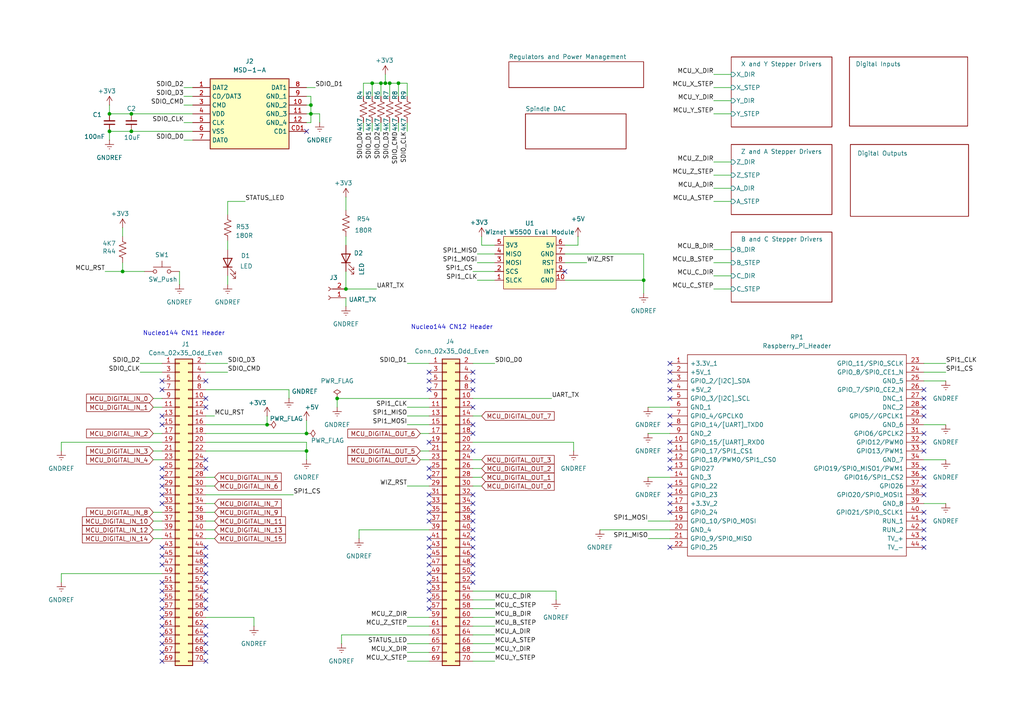
<source format=kicad_sch>
(kicad_sch (version 20250114) (generator "eeschema") (generator_version "9.0")
  (paper "A4")
  (text "Nucleo144 CN12 Header" (at 131.064 94.996 0) (effects (font (size 1.27 1.27))))
  (text "Nucleo144 CN11 Header" (at 53.34 96.774 0) (effects (font (size 1.27 1.27))))
  (junction (at 35.56 78.74))
  (junction (at 97.79 115.57))
  (junction (at 77.47 123.19))
  (junction (at 88.9 130.81))
  (junction (at 88.9 125.73))
  (junction (at 38.1 33.02))
  (junction (at 31.75 33.02))
  (junction (at 115.57 24.13))
  (junction (at 31.75 38.1))
  (junction (at 111.76 24.13))
  (junction (at 113.03 24.13))
  (junction (at 38.1 38.1))
  (junction (at 90.17 30.48))
  (junction (at 107.95 24.13))
  (junction (at 90.17 33.02))
  (junction (at 100.33 83.82))
  (junction (at 186.69 81.28))
  (junction (at 110.49 24.13))
  (no_connect (at 46.99 181.61))
  (no_connect (at 194.31 107.95))
  (no_connect (at 194.31 148.59))
  (no_connect (at 124.46 163.83))
  (no_connect (at 137.16 158.75))
  (no_connect (at 124.46 158.75))
  (no_connect (at 124.46 173.99))
  (no_connect (at 267.97 140.97))
  (no_connect (at 137.16 130.81))
  (no_connect (at 46.99 138.43))
  (no_connect (at 59.69 158.75))
  (no_connect (at 137.16 123.19))
  (no_connect (at 59.69 173.99))
  (no_connect (at 137.16 148.59))
  (no_connect (at 46.99 123.19))
  (no_connect (at 137.16 113.03))
  (no_connect (at 46.99 171.45))
  (no_connect (at 194.31 105.41))
  (no_connect (at 46.99 176.53))
  (no_connect (at 46.99 120.65))
  (no_connect (at 59.69 118.11))
  (no_connect (at 194.31 140.97))
  (no_connect (at 124.46 148.59))
  (no_connect (at 124.46 128.27))
  (no_connect (at 267.97 151.13))
  (no_connect (at 137.16 143.51))
  (no_connect (at 46.99 173.99))
  (no_connect (at 46.99 184.15))
  (no_connect (at 194.31 110.49))
  (no_connect (at 46.99 143.51))
  (no_connect (at 137.16 166.37))
  (no_connect (at 194.31 130.81))
  (no_connect (at 124.46 168.91))
  (no_connect (at 46.99 158.75))
  (no_connect (at 267.97 125.73))
  (no_connect (at 194.31 133.35))
  (no_connect (at 124.46 176.53))
  (no_connect (at 137.16 161.29))
  (no_connect (at 59.69 184.15))
  (no_connect (at 124.46 110.49))
  (no_connect (at 124.46 113.03))
  (no_connect (at 124.46 151.13))
  (no_connect (at 267.97 156.21))
  (no_connect (at 267.97 138.43))
  (no_connect (at 137.16 110.49))
  (no_connect (at 46.99 168.91))
  (no_connect (at 59.69 161.29))
  (no_connect (at 59.69 171.45))
  (no_connect (at 194.31 128.27))
  (no_connect (at 59.69 135.89))
  (no_connect (at 59.69 133.35))
  (no_connect (at 194.31 143.51))
  (no_connect (at 46.99 179.07))
  (no_connect (at 46.99 146.05))
  (no_connect (at 124.46 166.37))
  (no_connect (at 46.99 113.03))
  (no_connect (at 137.16 125.73))
  (no_connect (at 124.46 138.43))
  (no_connect (at 46.99 186.69))
  (no_connect (at 163.83 78.74))
  (no_connect (at 137.16 118.11))
  (no_connect (at 267.97 135.89))
  (no_connect (at 267.97 158.75))
  (no_connect (at 267.97 153.67))
  (no_connect (at 124.46 171.45))
  (no_connect (at 267.97 115.57))
  (no_connect (at 267.97 118.11))
  (no_connect (at 46.99 135.89))
  (no_connect (at 137.16 107.95))
  (no_connect (at 267.97 120.65))
  (no_connect (at 124.46 146.05))
  (no_connect (at 124.46 156.21))
  (no_connect (at 194.31 113.03))
  (no_connect (at 137.16 146.05))
  (no_connect (at 194.31 135.89))
  (no_connect (at 194.31 158.75))
  (no_connect (at 194.31 146.05))
  (no_connect (at 124.46 107.95))
  (no_connect (at 267.97 148.59))
  (no_connect (at 137.16 168.91))
  (no_connect (at 267.97 143.51))
  (no_connect (at 46.99 110.49))
  (no_connect (at 59.69 191.77))
  (no_connect (at 59.69 189.23))
  (no_connect (at 46.99 191.77))
  (no_connect (at 59.69 110.49))
  (no_connect (at 46.99 140.97))
  (no_connect (at 59.69 163.83))
  (no_connect (at 59.69 176.53))
  (no_connect (at 59.69 168.91))
  (no_connect (at 137.16 163.83))
  (no_connect (at 124.46 135.89))
  (no_connect (at 59.69 186.69))
  (no_connect (at 267.97 128.27))
  (no_connect (at 267.97 113.03))
  (no_connect (at 137.16 151.13))
  (no_connect (at 267.97 130.81))
  (no_connect (at 46.99 163.83))
  (no_connect (at 194.31 120.65))
  (no_connect (at 46.99 161.29))
  (no_connect (at 194.31 115.57))
  (no_connect (at 137.16 153.67))
  (no_connect (at 88.9 38.1))
  (no_connect (at 46.99 189.23))
  (no_connect (at 124.46 143.51))
  (no_connect (at 124.46 161.29))
  (no_connect (at 59.69 166.37))
  (no_connect (at 59.69 115.57))
  (no_connect (at 59.69 181.61))
  (no_connect (at 194.31 123.19))
  (no_connect (at 137.16 156.21))
  (wire (pts (xy 207.01 58.42) (xy 212.09 58.42)))
  (wire (pts (xy 38.1 38.1) (xy 55.88 38.1)))
  (wire (pts (xy 59.69 143.51) (xy 85.09 143.51)))
  (wire (pts (xy 121.92 130.81) (xy 124.46 130.81)))
  (wire (pts (xy 138.43 81.28) (xy 143.51 81.28)))
  (wire (pts (xy 59.69 113.03) (xy 83.82 113.03)))
  (wire (pts (xy 139.7 71.12) (xy 139.7 68.58)))
  (wire (pts (xy 59.69 123.19) (xy 77.47 123.19)))
  (wire (pts (xy 207.01 46.99) (xy 212.09 46.99)))
  (wire (pts (xy 115.57 24.13) (xy 118.11 24.13)))
  (wire (pts (xy 17.78 128.27) (xy 17.78 130.81)))
  (wire (pts (xy 88.9 30.48) (xy 90.17 30.48)))
  (wire (pts (xy 207.01 54.61) (xy 212.09 54.61)))
  (wire (pts (xy 44.45 156.21) (xy 46.99 156.21)))
  (wire (pts (xy 207.01 83.82) (xy 212.09 83.82)))
  (wire (pts (xy 66.04 58.42) (xy 66.04 62.23)))
  (wire (pts (xy 31.75 38.1) (xy 38.1 38.1)))
  (wire (pts (xy 163.83 71.12) (xy 167.64 71.12)))
  (wire (pts (xy 137.16 133.35) (xy 139.7 133.35)))
  (wire (pts (xy 66.04 80.01) (xy 66.04 82.55)))
  (wire (pts (xy 207.01 25.4) (xy 212.09 25.4)))
  (wire (pts (xy 267.97 146.05) (xy 274.32 146.05)))
  (wire (pts (xy 118.11 191.77) (xy 124.46 191.77)))
  (wire (pts (xy 88.9 121.92) (xy 88.9 125.73)))
  (wire (pts (xy 66.04 69.85) (xy 66.04 72.39)))
  (wire (pts (xy 111.76 21.59) (xy 111.76 24.13)))
  (wire (pts (xy 44.45 115.57) (xy 46.99 115.57)))
  (wire (pts (xy 137.16 120.65) (xy 139.7 120.65)))
  (wire (pts (xy 267.97 133.35) (xy 274.32 133.35)))
  (wire (pts (xy 118.11 118.11) (xy 124.46 118.11)))
  (wire (pts (xy 30.48 78.74) (xy 35.56 78.74)))
  (wire (pts (xy 59.69 105.41) (xy 66.04 105.41)))
  (wire (pts (xy 137.16 138.43) (xy 139.7 138.43)))
  (wire (pts (xy 118.11 123.19) (xy 124.46 123.19)))
  (wire (pts (xy 99.06 184.15) (xy 99.06 186.69)))
  (wire (pts (xy 113.03 24.13) (xy 113.03 27.94)))
  (wire (pts (xy 53.34 30.48) (xy 55.88 30.48)))
  (wire (pts (xy 118.11 140.97) (xy 124.46 140.97)))
  (wire (pts (xy 118.11 105.41) (xy 124.46 105.41)))
  (wire (pts (xy 88.9 130.81) (xy 88.9 133.35)))
  (wire (pts (xy 173.99 153.67) (xy 194.31 153.67)))
  (wire (pts (xy 31.75 38.1) (xy 31.75 40.64)))
  (wire (pts (xy 187.96 151.13) (xy 194.31 151.13)))
  (wire (pts (xy 137.16 115.57) (xy 160.02 115.57)))
  (wire (pts (xy 118.11 179.07) (xy 124.46 179.07)))
  (wire (pts (xy 163.83 81.28) (xy 186.69 81.28)))
  (wire (pts (xy 163.83 73.66) (xy 186.69 73.66)))
  (wire (pts (xy 207.01 29.21) (xy 212.09 29.21)))
  (wire (pts (xy 186.69 81.28) (xy 186.69 85.09)))
  (wire (pts (xy 44.45 148.59) (xy 46.99 148.59)))
  (wire (pts (xy 40.64 107.95) (xy 46.99 107.95)))
  (wire (pts (xy 90.17 33.02) (xy 92.71 33.02)))
  (wire (pts (xy 59.69 130.81) (xy 88.9 130.81)))
  (wire (pts (xy 207.01 50.8) (xy 212.09 50.8)))
  (wire (pts (xy 137.16 184.15) (xy 143.51 184.15)))
  (wire (pts (xy 100.33 83.82) (xy 109.22 83.82)))
  (wire (pts (xy 90.17 33.02) (xy 90.17 35.56)))
  (wire (pts (xy 137.16 181.61) (xy 143.51 181.61)))
  (wire (pts (xy 44.45 125.73) (xy 46.99 125.73)))
  (wire (pts (xy 207.01 80.01) (xy 212.09 80.01)))
  (wire (pts (xy 59.69 138.43) (xy 62.23 138.43)))
  (wire (pts (xy 107.95 35.56) (xy 107.95 38.1)))
  (wire (pts (xy 31.75 33.02) (xy 38.1 33.02)))
  (wire (pts (xy 59.69 179.07) (xy 73.66 179.07)))
  (wire (pts (xy 88.9 25.4) (xy 91.44 25.4)))
  (wire (pts (xy 187.96 156.21) (xy 194.31 156.21)))
  (wire (pts (xy 100.33 68.58) (xy 100.33 71.12)))
  (wire (pts (xy 118.11 181.61) (xy 124.46 181.61)))
  (wire (pts (xy 53.34 40.64) (xy 55.88 40.64)))
  (wire (pts (xy 118.11 24.13) (xy 118.11 27.94)))
  (wire (pts (xy 100.33 86.36) (xy 100.33 88.9)))
  (wire (pts (xy 143.51 71.12) (xy 139.7 71.12)))
  (wire (pts (xy 59.69 148.59) (xy 62.23 148.59)))
  (wire (pts (xy 137.16 171.45) (xy 161.29 171.45)))
  (wire (pts (xy 167.64 71.12) (xy 167.64 68.58)))
  (wire (pts (xy 59.69 146.05) (xy 62.23 146.05)))
  (wire (pts (xy 137.16 128.27) (xy 166.37 128.27)))
  (wire (pts (xy 99.06 184.15) (xy 124.46 184.15)))
  (wire (pts (xy 73.66 179.07) (xy 73.66 181.61)))
  (wire (pts (xy 115.57 24.13) (xy 115.57 27.94)))
  (wire (pts (xy 40.64 105.41) (xy 46.99 105.41)))
  (wire (pts (xy 77.47 120.65) (xy 77.47 123.19)))
  (wire (pts (xy 38.1 33.02) (xy 55.88 33.02)))
  (wire (pts (xy 111.76 24.13) (xy 113.03 24.13)))
  (wire (pts (xy 35.56 76.2) (xy 35.56 78.74)))
  (wire (pts (xy 138.43 76.2) (xy 143.51 76.2)))
  (wire (pts (xy 59.69 151.13) (xy 62.23 151.13)))
  (wire (pts (xy 83.82 113.03) (xy 83.82 115.57)))
  (wire (pts (xy 107.95 24.13) (xy 107.95 27.94)))
  (wire (pts (xy 115.57 35.56) (xy 115.57 38.1)))
  (wire (pts (xy 207.01 21.59) (xy 212.09 21.59)))
  (wire (pts (xy 53.34 27.94) (xy 55.88 27.94)))
  (wire (pts (xy 88.9 27.94) (xy 90.17 27.94)))
  (wire (pts (xy 186.69 73.66) (xy 186.69 81.28)))
  (wire (pts (xy 59.69 140.97) (xy 62.23 140.97)))
  (wire (pts (xy 104.14 153.67) (xy 104.14 156.21)))
  (wire (pts (xy 35.56 66.04) (xy 35.56 68.58)))
  (wire (pts (xy 166.37 128.27) (xy 166.37 130.81)))
  (wire (pts (xy 137.16 176.53) (xy 143.51 176.53)))
  (wire (pts (xy 137.16 105.41) (xy 143.51 105.41)))
  (wire (pts (xy 88.9 33.02) (xy 90.17 33.02)))
  (wire (pts (xy 207.01 72.39) (xy 212.09 72.39)))
  (wire (pts (xy 118.11 189.23) (xy 124.46 189.23)))
  (wire (pts (xy 59.69 153.67) (xy 62.23 153.67)))
  (wire (pts (xy 66.04 58.42) (xy 71.12 58.42)))
  (wire (pts (xy 107.95 24.13) (xy 110.49 24.13)))
  (wire (pts (xy 59.69 125.73) (xy 88.9 125.73)))
  (wire (pts (xy 90.17 30.48) (xy 90.17 33.02)))
  (wire (pts (xy 137.16 191.77) (xy 143.51 191.77)))
  (wire (pts (xy 110.49 24.13) (xy 110.49 27.94)))
  (wire (pts (xy 44.45 118.11) (xy 46.99 118.11)))
  (wire (pts (xy 137.16 140.97) (xy 139.7 140.97)))
  (wire (pts (xy 92.71 33.02) (xy 92.71 35.56)))
  (wire (pts (xy 17.78 166.37) (xy 17.78 168.91)))
  (wire (pts (xy 97.79 115.57) (xy 97.79 118.11)))
  (wire (pts (xy 53.34 25.4) (xy 55.88 25.4)))
  (wire (pts (xy 90.17 27.94) (xy 90.17 30.48)))
  (wire (pts (xy 118.11 186.69) (xy 124.46 186.69)))
  (wire (pts (xy 97.79 115.57) (xy 124.46 115.57)))
  (wire (pts (xy 105.41 35.56) (xy 105.41 38.1)))
  (wire (pts (xy 137.16 189.23) (xy 143.51 189.23)))
  (wire (pts (xy 137.16 179.07) (xy 143.51 179.07)))
  (wire (pts (xy 44.45 151.13) (xy 46.99 151.13)))
  (wire (pts (xy 31.75 30.48) (xy 31.75 33.02)))
  (wire (pts (xy 187.96 118.11) (xy 194.31 118.11)))
  (wire (pts (xy 17.78 128.27) (xy 46.99 128.27)))
  (wire (pts (xy 59.69 128.27) (xy 88.9 128.27)))
  (wire (pts (xy 137.16 186.69) (xy 143.51 186.69)))
  (wire (pts (xy 88.9 128.27) (xy 88.9 130.81)))
  (wire (pts (xy 113.03 35.56) (xy 113.03 38.1)))
  (wire (pts (xy 121.92 125.73) (xy 124.46 125.73)))
  (wire (pts (xy 59.69 156.21) (xy 62.23 156.21)))
  (wire (pts (xy 207.01 76.2) (xy 212.09 76.2)))
  (wire (pts (xy 105.41 24.13) (xy 107.95 24.13)))
  (wire (pts (xy 267.97 110.49) (xy 274.32 110.49)))
  (wire (pts (xy 267.97 123.19) (xy 274.32 123.19)))
  (wire (pts (xy 118.11 35.56) (xy 118.11 38.1)))
  (wire (pts (xy 100.33 57.15) (xy 100.33 60.96)))
  (wire (pts (xy 59.69 107.95) (xy 66.04 107.95)))
  (wire (pts (xy 137.16 173.99) (xy 143.51 173.99)))
  (wire (pts (xy 121.92 133.35) (xy 124.46 133.35)))
  (wire (pts (xy 44.45 130.81) (xy 46.99 130.81)))
  (wire (pts (xy 267.97 105.41) (xy 274.32 105.41)))
  (wire (pts (xy 137.16 78.74) (xy 143.51 78.74)))
  (wire (pts (xy 44.45 153.67) (xy 46.99 153.67)))
  (wire (pts (xy 88.9 35.56) (xy 90.17 35.56)))
  (wire (pts (xy 161.29 171.45) (xy 161.29 173.99)))
  (wire (pts (xy 35.56 78.74) (xy 41.91 78.74)))
  (wire (pts (xy 100.33 78.74) (xy 100.33 83.82)))
  (wire (pts (xy 110.49 35.56) (xy 110.49 38.1)))
  (wire (pts (xy 118.11 120.65) (xy 124.46 120.65)))
  (wire (pts (xy 104.14 153.67) (xy 124.46 153.67)))
  (wire (pts (xy 138.43 73.66) (xy 143.51 73.66)))
  (wire (pts (xy 105.41 24.13) (xy 105.41 27.94)))
  (wire (pts (xy 110.49 24.13) (xy 111.76 24.13)))
  (wire (pts (xy 187.96 125.73) (xy 194.31 125.73)))
  (wire (pts (xy 52.07 78.74) (xy 52.07 82.55)))
  (wire (pts (xy 187.96 138.43) (xy 194.31 138.43)))
  (wire (pts (xy 163.83 76.2) (xy 170.18 76.2)))
  (wire (pts (xy 53.34 35.56) (xy 55.88 35.56)))
  (wire (pts (xy 137.16 135.89) (xy 139.7 135.89)))
  (wire (pts (xy 207.01 33.02) (xy 212.09 33.02)))
  (wire (pts (xy 44.45 133.35) (xy 46.99 133.35)))
  (wire (pts (xy 267.97 107.95) (xy 274.32 107.95)))
  (wire (pts (xy 113.03 24.13) (xy 115.57 24.13)))
  (wire (pts (xy 59.69 120.65) (xy 62.23 120.65)))
  (wire (pts (xy 17.78 166.37) (xy 46.99 166.37)))
  (label "MCU_Z_DIR" (at 118.11 179.07 180))
  (label "MCU_Z_STEP" (at 118.11 181.61 180))
  (label "STATUS_LED" (at 118.11 186.69 180))
  (label "SPI1_CS" (at 274.32 107.95 0))
  (label "MCU_A_DIR" (at 207.01 54.61 180))
  (label "MCU_B_DIR" (at 143.51 179.07 0))
  (label "SPI1_CS" (at 85.09 143.51 0))
  (label "MCU_Y_DIR" (at 143.51 189.23 0))
  (label "MCU_Y_STEP" (at 143.51 191.77 0))
  (label "MCU_Z_DIR" (at 207.01 46.99 180))
  (label "SDIO_CLK" (at 118.11 38.1 270))
  (label "MCU_Y_DIR" (at 207.01 29.21 180))
  (label "MCU_A_DIR" (at 143.51 184.15 0))
  (label "SPI1_CS" (at 137.16 78.74 180))
  (label "SDIO_D3" (at 66.04 105.41 0))
  (label "SPI1_MOSI" (at 118.11 123.19 180))
  (label "UART_TX" (at 160.02 115.57 0))
  (label "MCU_Y_STEP" (at 207.01 33.02 180))
  (label "MCU_B_DIR" (at 207.01 72.39 180))
  (label "SDIO_D2" (at 40.64 105.41 180))
  (label "SDIO_D2" (at 53.34 25.4 180))
  (label "MCU_B_STEP" (at 207.01 76.2 180))
  (label "MCU_A_STEP" (at 207.01 58.42 180))
  (label "SPI1_MOSI" (at 187.96 151.13 180))
  (label "SPI1_MISO" (at 118.11 120.65 180))
  (label "SDIO_CMD" (at 53.34 30.48 180))
  (label "WIZ_RST" (at 170.18 76.2 0))
  (label "SDIO_CMD" (at 115.57 38.1 270))
  (label "SPI1_MISO" (at 187.96 156.21 180))
  (label "SPI1_CLK" (at 274.32 105.41 0))
  (label "STATUS_LED" (at 71.12 58.42 0))
  (label "MCU_X_STEP" (at 207.01 25.4 180))
  (label "SDIO_D1" (at 107.95 38.1 270))
  (label "SDIO_D0" (at 105.41 38.1 270))
  (label "SDIO_D3" (at 53.34 27.94 180))
  (label "MCU_X_DIR" (at 207.01 21.59 180))
  (label "SPI1_CLK" (at 118.11 118.11 180))
  (label "MCU_X_DIR" (at 118.11 189.23 180))
  (label "SDIO_D0" (at 143.51 105.41 0))
  (label "MCU_Z_STEP" (at 207.01 50.8 180))
  (label "SDIO_D0" (at 53.34 40.64 180))
  (label "MCU_C_DIR" (at 143.51 173.99 0))
  (label "SDIO_CMD" (at 66.04 107.95 0))
  (label "SDIO_D1" (at 118.11 105.41 180))
  (label "WIZ_RST" (at 118.11 140.97 180))
  (label "SDIO_D3" (at 113.03 38.1 270))
  (label "MCU_RST" (at 30.48 78.74 180))
  (label "MCU_RST" (at 62.23 120.65 0))
  (label "SPI1_MISO" (at 138.43 73.66 180))
  (label "MCU_C_STEP" (at 143.51 176.53 0))
  (label "MCU_B_STEP" (at 143.51 181.61 0))
  (label "SDIO_CLK" (at 40.64 107.95 180))
  (label "MCU_C_STEP" (at 207.01 83.82 180))
  (label "UART_TX" (at 109.22 83.82 0))
  (label "MCU_C_DIR" (at 207.01 80.01 180))
  (label "SPI1_MOSI" (at 138.43 76.2 180))
  (label "SDIO_D2" (at 110.49 38.1 270))
  (label "SDIO_CLK" (at 53.34 35.56 180))
  (label "MCU_A_STEP" (at 143.51 186.69 0))
  (label "MCU_X_STEP" (at 118.11 191.77 180))
  (label "SDIO_D1" (at 91.44 25.4 0))
  (label "SPI1_CLK" (at 138.43 81.28 180))
  (global_label "MCU_DIGITAL_IN_7" (shape input) (at 62.23 146.05 0) (property "Intersheetrefs" "${INTERSHEET_REFS}" (effects (hide yes))))
  (global_label "MCU_DIGITAL_IN_8" (shape input) (at 44.45 148.59 180) (property "Intersheetrefs" "${INTERSHEET_REFS}" (effects (hide yes))))
  (global_label "MCU_DIGITAL_OUT_1" (shape input) (at 139.7 138.43 0) (property "Intersheetrefs" "${INTERSHEET_REFS}" (effects (hide yes))))
  (global_label "MCU_DIGITAL_IN_15" (shape input) (at 62.23 156.21 0) (property "Intersheetrefs" "${INTERSHEET_REFS}" (effects (hide yes))))
  (global_label "MCU_DIGITAL_OUT_0" (shape input) (at 139.7 140.97 0) (property "Intersheetrefs" "${INTERSHEET_REFS}" (effects (hide yes))))
  (global_label "MCU_DIGITAL_IN_9" (shape input) (at 62.23 148.59 0) (property "Intersheetrefs" "${INTERSHEET_REFS}" (effects (hide yes))))
  (global_label "MCU_DIGITAL_IN_12" (shape input) (at 44.45 153.67 180) (property "Intersheetrefs" "${INTERSHEET_REFS}" (effects (hide yes))))
  (global_label "MCU_DIGITAL_IN_4" (shape input) (at 44.45 133.35 180) (property "Intersheetrefs" "${INTERSHEET_REFS}" (effects (hide yes))))
  (global_label "MCU_DIGITAL_IN_3" (shape input) (at 44.45 130.81 180) (property "Intersheetrefs" "${INTERSHEET_REFS}" (effects (hide yes))))
  (global_label "MCU_DIGITAL_OUT_5" (shape input) (at 121.92 130.81 180) (property "Intersheetrefs" "${INTERSHEET_REFS}" (effects (hide yes))))
  (global_label "MCU_DIGITAL_IN_0" (shape input) (at 44.45 115.57 180) (property "Intersheetrefs" "${INTERSHEET_REFS}" (effects (hide yes))))
  (global_label "MCU_DIGITAL_OUT_4" (shape input) (at 121.92 133.35 180) (property "Intersheetrefs" "${INTERSHEET_REFS}" (effects (hide yes))))
  (global_label "MCU_DIGITAL_IN_1" (shape input) (at 44.45 118.11 180) (property "Intersheetrefs" "${INTERSHEET_REFS}" (effects (hide yes))))
  (global_label "MCU_DIGITAL_OUT_2" (shape input) (at 139.7 135.89 0) (property "Intersheetrefs" "${INTERSHEET_REFS}" (effects (hide yes))))
  (global_label "MCU_DIGITAL_IN_10" (shape input) (at 44.45 151.13 180) (property "Intersheetrefs" "${INTERSHEET_REFS}" (effects (hide yes))))
  (global_label "MCU_DIGITAL_OUT_6" (shape input) (at 121.92 125.73 180) (property "Intersheetrefs" "${INTERSHEET_REFS}" (effects (hide yes))))
  (global_label "MCU_DIGITAL_IN_5" (shape input) (at 62.23 138.43 0) (property "Intersheetrefs" "${INTERSHEET_REFS}" (effects (hide yes))))
  (global_label "MCU_DIGITAL_IN_14" (shape input) (at 44.45 156.21 180) (property "Intersheetrefs" "${INTERSHEET_REFS}" (effects (hide yes))))
  (global_label "MCU_DIGITAL_IN_2" (shape input) (at 44.45 125.73 180) (property "Intersheetrefs" "${INTERSHEET_REFS}" (effects (hide yes))))
  (global_label "MCU_DIGITAL_OUT_3" (shape input) (at 139.7 133.35 0) (property "Intersheetrefs" "${INTERSHEET_REFS}" (effects (hide yes))))
  (global_label "MCU_DIGITAL_IN_11" (shape input) (at 62.23 151.13 0) (property "Intersheetrefs" "${INTERSHEET_REFS}" (effects (hide yes))))
  (global_label "MCU_DIGITAL_IN_6" (shape input) (at 62.23 140.97 0) (property "Intersheetrefs" "${INTERSHEET_REFS}" (effects (hide yes))))
  (global_label "MCU_DIGITAL_IN_13" (shape input) (at 62.23 153.67 0) (property "Intersheetrefs" "${INTERSHEET_REFS}" (effects (hide yes))))
  (global_label "MCU_DIGITAL_OUT_7" (shape input) (at 139.7 120.65 0) (property "Intersheetrefs" "${INTERSHEET_REFS}" (effects (hide yes))))
  (symbol (lib_id "power:+3V3") (at 111.76 21.59 0) (unit 1)
    (property "Reference" "#PWR019" (effects (hide yes)))
    (property "Value" "+3V3" (at 111.506 17.526 0))
    (property "Description" "Power symbol creates a global label with name \"+3V3\"" (effects (hide yes)))
  )
  (symbol (lib_id "Device:R_US") (at 110.49 31.75 0) (unit 1)
    (property "Reference" "R6" (at 109.474 28.956 90) (effects (justify left)))
    (property "Value" "4K7" (at 109.474 38.1 90) (effects (justify left)))
    (property "Footprint" "Resistor_SMD:R_1206_3216Metric_Pad1.30x1.75mm_HandSolder" (effects (hide yes)))
    (property "Description" "Resistor, US symbol" (effects (hide yes)))
    (property "Digikey Part Number" "311-4.70KFRCT-ND " (effects (hide yes)))
    (property "Digikey URL" "https://www.digikey.com.au/en/products/detail/yageo/RC1206FR-074K7L/728887 " (effects (hide yes)))
  )
  (symbol (lib_id "power:+3V3") (at 35.56 66.04 0) (unit 1)
    (property "Reference" "#PWR05" (effects (hide yes)))
    (property "Value" "+3V3" (at 34.798 61.976 0))
    (property "Description" "Power symbol creates a global label with name \"+3V3\"" (effects (hide yes)))
  )
  (symbol (lib_id "power:GNDREF") (at 100.33 88.9 0) (unit 1)
    (property "Reference" "#PWR017" (effects (hide yes)))
    (property "Value" "GNDREF" (at 100.33 93.98 0))
    (property "Description" "Power symbol creates a global label with name \"GNDREF\" , reference supply ground" (effects (hide yes)))
  )
  (symbol (lib_id "Device:R_US") (at 118.11 31.75 0) (unit 1)
    (property "Reference" "R9" (at 117.094 28.956 90) (effects (justify left)))
    (property "Value" "4K7" (at 117.094 38.1 90) (effects (justify left)))
    (property "Footprint" "Resistor_SMD:R_1206_3216Metric_Pad1.30x1.75mm_HandSolder" (effects (hide yes)))
    (property "Description" "Resistor, US symbol" (effects (hide yes)))
    (property "Digikey Part Number" "311-4.70KFRCT-ND " (effects (hide yes)))
    (property "Digikey URL" "https://www.digikey.com.au/en/products/detail/yageo/RC1206FR-074K7L/728887 " (effects (hide yes)))
  )
  (symbol (lib_id "Device:C_Small") (at 31.75 35.56 180) (unit 1)
    (property "Reference" "C1" (at 28.194 33.274 0))
    (property "Value" "100nF" (at 27.432 39.624 0))
    (property "Footprint" "Capacitor_SMD:C_1206_3216Metric_Pad1.33x1.80mm_HandSolder" (effects (hide yes)))
    (property "Description" "Unpolarized capacitor, small symbol" (effects (hide yes)))
    (property "Digikey Part Number" "399-C1206C104K5RACTUCT-ND " (effects (hide yes)))
    (property "Digikey URL" "https://www.digikey.com.au/en/products/detail/kemet/C1206C104K5RACTU/411248 " (effects (hide yes)))
  )
  (symbol (lib_id "power:PWR_FLAG") (at 97.79 115.57 0) (unit 1)
    (property "Reference" "#FLG01" (effects (hide yes)))
    (property "Value" "PWR_FLAG" (at 97.79 110.49 0))
    (property "Description" "Special symbol for telling ERC where power comes from" (effects (hide yes)))
  )
  (symbol (lib_id "power:GNDREF") (at 274.32 110.49 0) (unit 1)
    (property "Reference" "#PWR029" (effects (hide yes)))
    (property "Value" "GNDREF" (at 274.32 115.57 0))
    (property "Description" "Power symbol creates a global label with name \"GNDREF\" , reference supply ground" (effects (hide yes)))
  )
  (symbol (lib_id "power:GNDREF") (at 104.14 156.21 0) (unit 1)
    (property "Reference" "#PWR018" (effects (hide yes)))
    (property "Value" "GNDREF" (at 104.14 161.29 0))
    (property "Description" "Power symbol creates a global label with name \"GNDREF\" , reference supply ground" (effects (hide yes)))
  )
  (symbol (lib_id "Device:R_US") (at 113.03 31.75 0) (unit 1)
    (property "Reference" "R7" (at 112.014 28.956 90) (effects (justify left)))
    (property "Value" "4K7" (at 112.014 38.1 90) (effects (justify left)))
    (property "Footprint" "Resistor_SMD:R_1206_3216Metric_Pad1.30x1.75mm_HandSolder" (effects (hide yes)))
    (property "Description" "Resistor, US symbol" (effects (hide yes)))
    (property "Digikey Part Number" "311-4.70KFRCT-ND " (effects (hide yes)))
    (property "Digikey URL" "https://www.digikey.com.au/en/products/detail/yageo/RC1206FR-074K7L/728887 " (effects (hide yes)))
  )
  (symbol (lib_id "power:GNDREF") (at 173.99 153.67 0) (unit 1)
    (property "Reference" "#PWR024" (effects (hide yes)))
    (property "Value" "GNDREF" (at 173.99 158.75 0))
    (property "Description" "Power symbol creates a global label with name \"GNDREF\" , reference supply ground" (effects (hide yes)))
  )
  (symbol (lib_id "power:GNDREF") (at 99.06 186.69 0) (unit 1)
    (property "Reference" "#PWR015" (effects (hide yes)))
    (property "Value" "GNDREF" (at 99.06 191.77 0))
    (property "Description" "Power symbol creates a global label with name \"GNDREF\" , reference supply ground" (effects (hide yes)))
  )
  (symbol (lib_id "power:PWR_FLAG") (at 88.9 125.73 270) (unit 1) (on_board no)
    (property "Reference" "#FLG08" (effects (hide yes)))
    (property "Value" "PWR_FLAG" (at 90.17 127.762 90) (effects (justify left)))
    (property "Description" "Special symbol for telling ERC where power comes from" (effects (hide yes)))
  )
  (symbol (lib_id "power:GNDREF") (at 97.79 118.11 0) (unit 1)
    (property "Reference" "#PWR014" (effects (hide yes)))
    (property "Value" "GNDREF" (at 97.79 123.19 0))
    (property "Description" "Power symbol creates a global label with name \"GNDREF\" , reference supply ground" (effects (hide yes)))
  )
  (symbol (lib_id "power:GNDREF") (at 17.78 168.91 0) (unit 1)
    (property "Reference" "#PWR02" (effects (hide yes)))
    (property "Value" "GNDREF" (at 17.78 173.99 0))
    (property "Description" "Power symbol creates a global label with name \"GNDREF\" , reference supply ground" (effects (hide yes)))
  )
  (symbol (lib_id "power:GNDREF") (at 187.96 138.43 0) (unit 1)
    (property "Reference" "#PWR028" (effects (hide yes)))
    (property "Value" "GNDREF" (at 187.96 143.51 0))
    (property "Description" "Power symbol creates a global label with name \"GNDREF\" , reference supply ground" (effects (hide yes)))
  )
  (symbol (lib_id "Device:R_US") (at 107.95 31.75 0) (unit 1)
    (property "Reference" "R5" (at 106.934 28.956 90) (effects (justify left)))
    (property "Value" "4K7" (at 106.934 38.1 90) (effects (justify left)))
    (property "Footprint" "Resistor_SMD:R_1206_3216Metric_Pad1.30x1.75mm_HandSolder" (effects (hide yes)))
    (property "Description" "Resistor, US symbol" (effects (hide yes)))
    (property "Digikey Part Number" "311-4.70KFRCT-ND " (effects (hide yes)))
    (property "Digikey URL" "https://www.digikey.com.au/en/products/detail/yageo/RC1206FR-074K7L/728887 " (effects (hide yes)))
  )
  (symbol (lib_id "power:GNDREF") (at 186.69 85.09 0) (unit 1)
    (property "Reference" "#PWR025" (effects (hide yes)))
    (property "Value" "GNDREF" (at 186.69 90.17 0))
    (property "Description" "Power symbol creates a global label with name \"GNDREF\" , reference supply ground" (effects (hide yes)))
  )
  (symbol (lib_id "power:+5V") (at 88.9 121.92 0) (unit 1)
    (property "Reference" "#PWR011" (effects (hide yes)))
    (property "Value" "+5V" (at 90.424 118.11 0))
    (property "Description" "Power symbol creates a global label with name \"+5V\"" (effects (hide yes)))
  )
  (symbol (lib_id "Device:LED") (at 100.33 74.93 90) (unit 1)
    (property "Reference" "D2" (at 102.616 73.406 90) (effects (justify right)))
    (property "Value" "LED" (at 104.902 76.2 0) (effects (justify right)))
    (property "Footprint" "Diode_SMD:D_1206_3216Metric_Pad1.42x1.75mm_HandSolder" (effects (hide yes)))
    (property "Description" "Light emitting diode" (effects (hide yes)))
    (property "Sim.Pins" "1=K 2=A" (effects (hide yes)))
    (property "Digikey Part Number" "3147-B1501USD-20D000313U1930CT-ND " (effects (hide yes)))
    (property "Digikey URL" "https://www.digikey.com.au/en/products/detail/harvatek-corporation/B1501USD-20D000313U1930/24635249 " (effects (hide yes)))
  )
  (symbol (lib_id "Device:R_US") (at 105.41 31.75 0) (unit 1)
    (property "Reference" "R4" (at 104.394 28.956 90) (effects (justify left)))
    (property "Value" "4K7" (at 104.394 38.1 90) (effects (justify left)))
    (property "Footprint" "Resistor_SMD:R_1206_3216Metric_Pad1.30x1.75mm_HandSolder" (effects (hide yes)))
    (property "Description" "Resistor, US symbol" (effects (hide yes)))
    (property "Digikey Part Number" "311-4.70KFRCT-ND " (effects (hide yes)))
    (property "Digikey URL" "https://www.digikey.com.au/en/products/detail/yageo/RC1206FR-074K7L/728887 " (effects (hide yes)))
  )
  (symbol (lib_id "Connector_Generic:Conn_02x35_Odd_Even") (at 129.54 148.59 0) (unit 1)
    (property "Reference" "J4" (at 130.556 99.06 0))
    (property "Value" "Conn_02x35_Odd_Even" (at 131.064 101.854 0))
    (property "Footprint" "Connector_PinHeader_2.54mm:PinHeader_2x35_P2.54mm_Vertical" (effects (hide yes)))
    (property "Description" "Generic connector, double row, 02x35, odd/even pin numbering scheme (row 1 odd numbers, row 2 even numbers), script generated (kicad-library-utils/schlib/autogen/connector/)" (effects (hide yes)))
    (property "Digikey Part Number" "SSW-135-03-T-D-ND" (effects (hide yes)))
    (property "Digikey URL" "https://www.digikey.com.au/en/products/detail/samtec-inc/SSW-135-03-T-D/7886849" (effects (hide yes)))
  )
  (symbol (lib_id "power:GNDREF") (at 274.32 123.19 0) (unit 1)
    (property "Reference" "#PWR030" (effects (hide yes)))
    (property "Value" "GNDREF" (at 274.32 128.27 0))
    (property "Description" "Power symbol creates a global label with name \"GNDREF\" , reference supply ground" (effects (hide yes)))
  )
  (symbol (lib_id "Device:R_US") (at 66.04 66.04 0) (unit 1)
    (property "Reference" "R53" (at 70.358 65.786 0))
    (property "Value" "180R" (at 70.866 68.326 0))
    (property "Footprint" "Resistor_SMD:R_1206_3216Metric_Pad1.30x1.75mm_HandSolder" (effects (hide yes)))
    (property "Description" "Resistor, US symbol" (effects (hide yes)))
    (property "Digikey Part Number" "311-180FRCT-ND" (effects (hide yes)))
    (property "Digikey URL" "https://www.digikey.com.au/en/products/detail/yageo/RC1206FR-07180RL/728597" (effects (hide yes)))
  )
  (symbol (lib_id "power:GNDREF") (at 66.04 82.55 0) (unit 1)
    (property "Reference" "#PWR07" (effects (hide yes)))
    (property "Value" "GNDREF" (at 66.04 87.63 0))
    (property "Description" "Power symbol creates a global label with name \"GNDREF\" , reference supply ground" (effects (hide yes)))
  )
  (symbol (lib_id "power:GNDREF") (at 73.66 181.61 0) (unit 1)
    (property "Reference" "#PWR08" (effects (hide yes)))
    (property "Value" "GNDREF" (at 73.66 186.69 0))
    (property "Description" "Power symbol creates a global label with name \"GNDREF\" , reference supply ground" (effects (hide yes)))
  )
  (symbol (lib_id "MSD-1-A:MSD-1-A") (at 55.88 25.4 0) (unit 1)
    (property "Reference" "J2" (at 72.39 17.78 0))
    (property "Value" "MSD-1-A" (at 72.39 20.32 0))
    (property "Footprint" "MSD1A Symbols:MSD1A" (effects (hide yes)))
    (property "Datasheet" "https://www.sameskydevices.com/product/resource/msd-1-a.pdf" (effects (hide yes)))
    (property "Description" "Micro SD Card Connector, 9 Positions, Connector and Ejector, Push In, Auto Eject Out, Surface Mount, 1.8 mm Height Above Board, Gold Flash" (effects (hide yes)))
    (property "Height" "2" (effects (hide yes)))
    (property "Manufacturer_Name" "Same Sky" (effects (hide yes)))
    (property "Manufacturer_Part_Number" "MSD-1-A" (effects (hide yes)))
    (property "Mouser Part Number" "179-MSD-1-A" (effects (hide yes)))
    (property "Mouser Price/Stock" "https://www.mouser.co.uk/ProductDetail/Same-Sky/MSD-1-A?qs=Z%252BL2brAPG1Ip18XLC4tUPQ%3D%3D" (effects (hide yes)))
    (property "Arrow Part Number" "MSD-1-A" (effects (hide yes)))
    (property "Arrow Price/Stock" "https://www.arrow.com/en/products/msd-1-a/cui-devices?utm_currency=USD&region=nac" (effects (hide yes)))
    (property "Digikey Part Number" "2223-MSD-1-ACT-ND " (effects (hide yes)))
    (property "Digikey URL" "https://www.digikey.com.au/en/products/detail/same-sky-formerly-cui-devices/MSD-1-A/21799641 " (effects (hide yes)))
  )
  (symbol (lib_id "Device:R_US") (at 115.57 31.75 0) (unit 1)
    (property "Reference" "R8" (at 114.554 28.956 90) (effects (justify left)))
    (property "Value" "4K7" (at 114.554 38.1 90) (effects (justify left)))
    (property "Footprint" "Resistor_SMD:R_1206_3216Metric_Pad1.30x1.75mm_HandSolder" (effects (hide yes)))
    (property "Description" "Resistor, US symbol" (effects (hide yes)))
    (property "Digikey Part Number" "311-4.70KFRCT-ND " (effects (hide yes)))
    (property "Digikey URL" "https://www.digikey.com.au/en/products/detail/yageo/RC1206FR-074K7L/728887 " (effects (hide yes)))
  )
  (symbol (lib_id "power:+3V3") (at 31.75 30.48 0) (unit 1)
    (property "Reference" "#PWR03" (effects (hide yes)))
    (property "Value" "+3V3" (at 30.988 26.416 0))
    (property "Description" "Power symbol creates a global label with name \"+3V3\"" (effects (hide yes)))
  )
  (symbol (lib_id "power:GNDREF") (at 88.9 133.35 0) (unit 1)
    (property "Reference" "#PWR012" (effects (hide yes)))
    (property "Value" "GNDREF" (at 88.9 138.43 0))
    (property "Description" "Power symbol creates a global label with name \"GNDREF\" , reference supply ground" (effects (hide yes)))
  )
  (symbol (lib_id "power:+3V3") (at 77.47 120.65 0) (unit 1)
    (property "Reference" "#PWR09" (effects (hide yes)))
    (property "Value" "+3V3" (at 74.676 116.84 0))
    (property "Description" "Power symbol creates a global label with name \"+3V3\"" (effects (hide yes)))
  )
  (symbol (lib_id "Device:C_Small") (at 38.1 35.56 180) (unit 1)
    (property "Reference" "C2" (at 38.1 31.496 0))
    (property "Value" "10uF" (at 38.354 39.878 0))
    (property "Footprint" "Capacitor_SMD:C_1206_3216Metric_Pad1.33x1.80mm_HandSolder" (effects (hide yes)))
    (property "Description" "Unpolarized capacitor, small symbol" (effects (hide yes)))
    (property "Digikey Part Number" "1276-1804-1-ND" (effects (hide yes)))
    (property "Digikey URL" "https://www.digikey.com.au/en/products/detail/samsung-electro-mechanics/CL31B106KAHNNNE/3887462 " (effects (hide yes)))
  )
  (symbol (lib_id "power:GNDREF") (at 274.32 146.05 0) (unit 1)
    (property "Reference" "#PWR032" (effects (hide yes)))
    (property "Value" "GNDREF" (at 274.32 151.13 0))
    (property "Description" "Power symbol creates a global label with name \"GNDREF\" , reference supply ground" (effects (hide yes)))
  )
  (symbol (lib_id "power:PWR_FLAG") (at 77.47 123.19 270) (unit 1) (on_board no)
    (property "Reference" "#FLG09" (effects (hide yes)))
    (property "Value" "PWR_FLAG" (at 78.232 121.412 90) (effects (justify left)))
    (property "Description" "Special symbol for telling ERC where power comes from" (effects (hide yes)))
  )
  (symbol (lib_id "power:GNDREF") (at 187.96 118.11 0) (unit 1)
    (property "Reference" "#PWR026" (effects (hide yes)))
    (property "Value" "GNDREF" (at 187.96 123.19 0))
    (property "Description" "Power symbol creates a global label with name \"GNDREF\" , reference supply ground" (effects (hide yes)))
  )
  (symbol (lib_id "Device:LED") (at 66.04 76.2 90) (unit 1)
    (property "Reference" "D1" (at 69.85 74.168 90) (effects (justify right)))
    (property "Value" "LED" (at 69.596 77.216 90) (effects (justify right)))
    (property "Footprint" "Diode_SMD:D_1206_3216Metric_Pad1.42x1.75mm_HandSolder" (effects (hide yes)))
    (property "Description" "Light emitting diode" (effects (hide yes)))
    (property "Sim.Pins" "1=K 2=A" (effects (hide yes)))
    (property "Digikey Part Number" "3147-B1501USD-20D000313U1930CT-ND " (effects (hide yes)))
    (property "Digikey URL" "https://www.digikey.com.au/en/products/detail/harvatek-corporation/B1501USD-20D000313U1930/24635249 " (effects (hide yes)))
  )
  (symbol (lib_id "power:GNDREF") (at 166.37 130.81 0) (unit 1)
    (property "Reference" "#PWR022" (effects (hide yes)))
    (property "Value" "GNDREF" (at 166.37 135.89 0))
    (property "Description" "Power symbol creates a global label with name \"GNDREF\" , reference supply ground" (effects (hide yes)))
  )
  (symbol (lib_id "Device:R_US") (at 100.33 64.77 0) (unit 1)
    (property "Reference" "R54" (at 105.41 63.5 0))
    (property "Value" "180R" (at 105.41 66.802 0))
    (property "Footprint" "Resistor_SMD:R_1206_3216Metric_Pad1.30x1.75mm_HandSolder" (effects (hide yes)))
    (property "Description" "Resistor, US symbol" (effects (hide yes)))
    (property "Digikey Part Number" "311-180FRCT-ND" (effects (hide yes)))
    (property "Digikey URL" "https://www.digikey.com.au/en/products/detail/yageo/RC1206FR-07180RL/728597" (effects (hide yes)))
  )
  (symbol (lib_id "W5500EvalModule:W5500EvalModule") (at 153.67 76.2 0) (unit 1)
    (property "Reference" "U1" (at 153.67 64.77 0))
    (property "Value" "Wiznet W5500 Eval Module" (at 153.67 67.31 0))
    (property "Footprint" "W5500EvalModule:W5500EvalModule" (effects (hide yes)))
    (property "Digikey Part Number" "SAM12520-ND " (effects (hide yes)))
    (property "Digikey URL" "https://www.digikey.com.au/en/products/detail/samtec-inc/ESQ-105-23-T-D/6692284 " (effects (hide yes)))
  )
  (symbol (lib_id "power:+3V3") (at 100.33 57.15 0) (unit 1)
    (property "Reference" "#PWR016" (effects (hide yes)))
    (property "Value" "+3V3" (at 99.568 53.086 0))
    (property "Description" "Power symbol creates a global label with name \"+3V3\"" (effects (hide yes)))
  )
  (symbol (lib_id "power:GNDREF") (at 83.82 115.57 0) (unit 1)
    (property "Reference" "#PWR010" (effects (hide yes)))
    (property "Value" "GNDREF" (at 88.392 113.538 0))
    (property "Description" "Power symbol creates a global label with name \"GNDREF\" , reference supply ground" (effects (hide yes)))
  )
  (symbol (lib_id "power:GNDREF") (at 274.32 133.35 0) (unit 1)
    (property "Reference" "#PWR031" (effects (hide yes)))
    (property "Value" "GNDREF" (at 274.32 138.43 0))
    (property "Description" "Power symbol creates a global label with name \"GNDREF\" , reference supply ground" (effects (hide yes)))
  )
  (symbol (lib_id "power:GNDREF") (at 31.75 40.64 0) (unit 1)
    (property "Reference" "#PWR04" (effects (hide yes)))
    (property "Value" "GNDREF" (at 31.75 45.72 0))
    (property "Description" "Power symbol creates a global label with name \"GNDREF\" , reference supply ground" (effects (hide yes)))
  )
  (symbol (lib_id "power:+5V") (at 167.64 68.58 0) (unit 1)
    (property "Reference" "#PWR023" (effects (hide yes)))
    (property "Value" "+5V" (at 167.64 63.5 0))
    (property "Description" "Power symbol creates a global label with name \"+5V\"" (effects (hide yes)))
  )
  (symbol (lib_id "Device:R_US") (at 35.56 72.39 0) (unit 1)
    (property "Reference" "R44" (at 29.718 72.898 0) (effects (justify left)))
    (property "Value" "4K7" (at 29.718 70.612 0) (effects (justify left)))
    (property "Footprint" "Resistor_SMD:R_1206_3216Metric_Pad1.30x1.75mm_HandSolder" (effects (hide yes)))
    (property "Description" "Resistor, US symbol" (effects (hide yes)))
    (property "Digikey Part Number" "311-4.70KFRCT-ND " (effects (hide yes)))
    (property "Digikey URL" "https://www.digikey.com.au/en/products/detail/yageo/RC1206FR-074K7L/728887 " (effects (hide yes)))
  )
  (symbol (lib_id "power:GNDREF") (at 187.96 125.73 0) (unit 1)
    (property "Reference" "#PWR027" (effects (hide yes)))
    (property "Value" "GNDREF" (at 187.96 130.81 0))
    (property "Description" "Power symbol creates a global label with name \"GNDREF\" , reference supply ground" (effects (hide yes)))
  )
  (symbol (lib_id "power:GNDREF") (at 92.71 35.56 0) (unit 1)
    (property "Reference" "#PWR013" (effects (hide yes)))
    (property "Value" "GNDREF" (at 92.71 40.64 0))
    (property "Description" "Power symbol creates a global label with name \"GNDREF\" , reference supply ground" (effects (hide yes)))
  )
  (symbol (lib_id "Raspberry_Pi_2_or_3:Raspberry_Pi_2_3") (at 194.31 105.41 0) (unit 1)
    (property "Reference" "RP1" (at 231.14 97.79 0))
    (property "Value" "Raspberry_Pi_Header" (at 231.14 100.33 0))
    (property "Footprint" "RPI3FootPrint:raspberrypi_2_3" (effects (hide yes)))
    (property "Datasheet" "https://cdn.sparkfun.com/assets/learn_tutorials/6/7/6/PiZero_1.pdf" (effects (hide yes)))
    (property "Description" "Raspberry Pi Zero W (v1.3) Single-board Computers" (effects (hide yes)))
    (property "Description_1" "Raspberry Pi Zero 2 or 3 Single-board Computers" (effects (hide yes)))
    (property "Manufacturer_Name" "RASPBERRY-PI" (effects (hide yes)))
    (property "Manufacturer_Part_Number" "Raspberry Pi 2 or 3" (effects (hide yes)))
    (property "Digikey Part Number" "SAM1204-20-ND" (effects (hide yes)))
    (property "Digikey URL" "https://www.digikey.com.au/en/products/detail/samtec-inc/SSQ-120-03-T-D/1111840" (effects (hide yes)))
  )
  (symbol (lib_id "Switch:SW_Push") (at 46.99 78.74 0) (unit 1)
    (property "Reference" "SW1" (at 46.99 73.914 0))
    (property "Value" "SW_Push" (at 47.244 81.026 0))
    (property "Footprint" "Button_Switch_SMD:SW_SPST_Omron_B3FS-100xP" (effects (hide yes)))
    (property "Description" "Push button switch, generic, two pins" (effects (hide yes)))
    (property "Digikey Part Number" "SW424CT-ND" (effects (hide yes)))
    (property "Digikey URL" "https://www.digikey.com.au/en/products/detail/omron-electronics-inc-emc-div/B3FS-1002P/277813 " (effects (hide yes)))
  )
  (symbol (lib_id "power:GNDREF") (at 52.07 82.55 0) (unit 1)
    (property "Reference" "#PWR06" (effects (hide yes)))
    (property "Value" "GNDREF" (at 52.07 87.63 0))
    (property "Description" "Power symbol creates a global label with name \"GNDREF\" , reference supply ground" (effects (hide yes)))
  )
  (symbol (lib_id "power:GNDREF") (at 161.29 173.99 0) (unit 1)
    (property "Reference" "#PWR021" (effects (hide yes)))
    (property "Value" "GNDREF" (at 161.29 179.07 0))
    (property "Description" "Power symbol creates a global label with name \"GNDREF\" , reference supply ground" (effects (hide yes)))
  )
  (symbol (lib_id "Connector:Conn_01x02_Socket") (at 95.25 86.36 180) (unit 1)
    (property "Reference" "J3" (at 96.774 80.518 0))
    (property "Value" "UART_TX" (at 105.156 86.868 0))
    (property "Footprint" "Connector_PinHeader_2.54mm:PinHeader_1x02_P2.54mm_Vertical" (effects (hide yes)))
    (property "Description" "Generic connector, single row, 01x02, script generated" (effects (hide yes)))
    (property "Digikey Part Number" "PH1-02-UA " (effects (hide yes)))
    (property "Digikey URL" "https://www.digikey.com.au/en/products/detail/adam-tech/PH1-02-UA/9830266 " (effects (hide yes)))
  )
  (symbol (lib_id "power:GNDREF") (at 17.78 130.81 0) (unit 1)
    (property "Reference" "#PWR01" (effects (hide yes)))
    (property "Value" "GNDREF" (at 17.78 135.89 0))
    (property "Description" "Power symbol creates a global label with name \"GNDREF\" , reference supply ground" (effects (hide yes)))
  )
  (symbol (lib_id "Connector_Generic:Conn_02x35_Odd_Even") (at 52.07 148.59 0) (unit 1)
    (property "Reference" "J1" (at 53.848 99.822 0))
    (property "Value" "Conn_02x35_Odd_Even" (at 53.848 102.362 0))
    (property "Footprint" "Connector_PinHeader_2.54mm:PinHeader_2x35_P2.54mm_Vertical" (effects (hide yes)))
    (property "Description" "Generic connector, double row, 02x35, odd/even pin numbering scheme (row 1 odd numbers, row 2 even numbers), script generated (kicad-library-utils/schlib/autogen/connector/)" (effects (hide yes)))
    (property "Digikey Part Number" "SSW-135-03-T-D-ND" (effects (hide yes)))
    (property "Digikey URL" "https://www.digikey.com.au/en/products/detail/samtec-inc/SSW-135-03-T-D/7886849" (effects (hide yes)))
  )
  (symbol (lib_id "power:+3V3") (at 139.7 68.58 0) (unit 1)
    (property "Reference" "#PWR020" (effects (hide yes)))
    (property "Value" "+3V3" (at 138.938 64.516 0))
    (property "Description" "Power symbol creates a global label with name \"+3V3\"" (effects (hide yes)))
  )
  (sheet (at 246.38 16.51) (size 34.29 20.066) (stroke (width 0.1524))
    (property "Sheetname" "Digital Inputs" (at 248.158 19.304 0) (effects (justify left bottom)))
    (property "Sheetfile" "Inputs.kicad_sch" (effects (hide yes)))
  )
  (sheet (at 212.09 16.51) (size 29.21 20.32) (stroke (width 0.1524))
    (property "Sheetname" "${STEPGEN_CH1_NAME} and ${STEPGEN_CH2_NAME} Stepper Drivers" (at 214.884 19.304 0) (effects (justify left bottom)))
    (property "Sheetfile" "Stepper_drivers.kicad_sch" (effects (hide yes)))
    (property "STEPGEN_CH1_NAME" "X" (effects (hide yes)))
    (property "STEPGEN_CH2_NAME" "Y" (effects (hide yes)))
    (pin "${STEPGEN_CH1_NAME}_DIR" input (at 212.09 21.59 180))
    (pin "${STEPGEN_CH1_NAME}_STEP" input (at 212.09 25.4 180))
    (pin "${STEPGEN_CH2_NAME}_DIR" input (at 212.09 29.21 180))
    (pin "${STEPGEN_CH2_NAME}_STEP" input (at 212.09 33.02 180))
  )
  (sheet (at 152.4 33.02) (size 29.21 10.16) (stroke (width 0.1524))
    (property "Sheetname" "Spindle DAC" (at 152.4 32.3084 0) (effects (justify left bottom)))
    (property "Sheetfile" "SpindleDAC.kicad_sch" (effects (hide yes)))
  )
  (sheet (at 246.634 41.91) (size 34.29 20.828) (stroke (width 0.1524))
    (property "Sheetname" "Digital Outputs" (at 248.666 45.212 0) (effects (justify left bottom)))
    (property "Sheetfile" "DigitalOutputs.kicad_sch" (effects (hide yes)))
  )
  (sheet (at 212.09 67.31) (size 29.21 20.32) (stroke (width 0.1524))
    (property "Sheetname" "${STEPGEN_CH1_NAME} and ${STEPGEN_CH2_NAME} Stepper Drivers" (at 214.884 70.104 0) (effects (justify left bottom)))
    (property "Sheetfile" "Stepper_drivers.kicad_sch" (effects (hide yes)))
    (property "STEPGEN_CH1_NAME" "B" (effects (hide yes)))
    (property "STEPGEN_CH2_NAME" "C" (effects (hide yes)))
    (pin "${STEPGEN_CH1_NAME}_DIR" input (at 212.09 72.39 180))
    (pin "${STEPGEN_CH1_NAME}_STEP" input (at 212.09 76.2 180))
    (pin "${STEPGEN_CH2_NAME}_DIR" input (at 212.09 80.01 180))
    (pin "${STEPGEN_CH2_NAME}_STEP" input (at 212.09 83.82 180))
  )
  (sheet (at 147.574 17.907) (size 39.116 7.493) (stroke (width 0.1524))
    (property "Sheetname" "Regulators and Power Management" (at 147.574 17.1954 0) (effects (justify left bottom)))
    (property "Sheetfile" "Regulators.kicad_sch" (effects (hide yes)))
  )
  (sheet (at 212.09 41.91) (size 29.21 20.32) (stroke (width 0.1524))
    (property "Sheetname" "${STEPGEN_CH1_NAME} and ${STEPGEN_CH2_NAME} Stepper Drivers" (at 214.884 44.704 0) (effects (justify left bottom)))
    (property "Sheetfile" "Stepper_drivers.kicad_sch" (effects (hide yes)))
    (property "STEPGEN_CH1_NAME" "Z" (effects (hide yes)))
    (property "STEPGEN_CH2_NAME" "A" (effects (hide yes)))
    (pin "${STEPGEN_CH1_NAME}_DIR" input (at 212.09 46.99 180))
    (pin "${STEPGEN_CH1_NAME}_STEP" input (at 212.09 50.8 180))
    (pin "${STEPGEN_CH2_NAME}_DIR" input (at 212.09 54.61 180))
    (pin "${STEPGEN_CH2_NAME}_STEP" input (at 212.09 58.42 180))
  )
)
</source>
